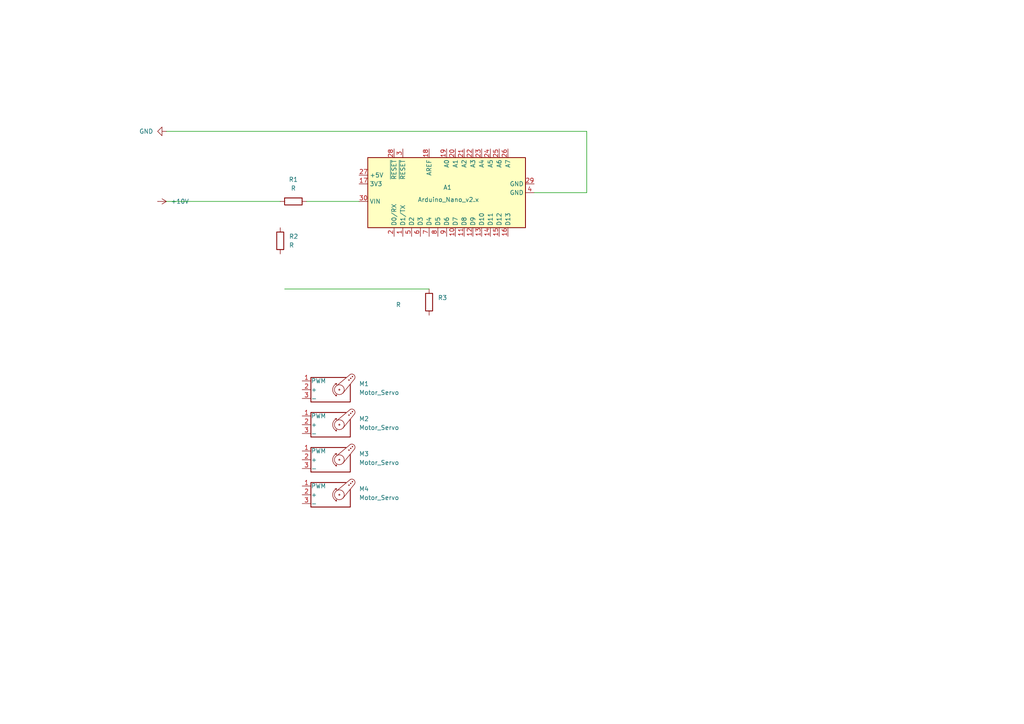
<source format=kicad_sch>
(kicad_sch (version 20231120) (generator "eeschema") (generator_version "8.0")
  (paper "A4")
  (lib_symbols
    (symbol "Device:R" (pin_numbers hide) (pin_names (offset 0))
      (property "Reference" "R" (at 2.032 0 90))
      (property "Value" "R" (at 0 0 90))
      (symbol "R_0_1"
        (rectangle (start -1.016 -2.54) (end 1.016 2.54) (stroke (width 0.254)))
      )
      (symbol "R_1_1"
        (pin passive line (at 0 3.81 270) (length 1.27) (name "~") (number "1"))
        (pin passive line (at 0 -3.81 90) (length 1.27) (name "~") (number "2"))
      )
    )
    (symbol "MCU_Module:Arduino_Nano_v2.x"
      (property "Reference" "A" (at -10.16 23.495 0))
      (property "Value" "Arduino_Nano_v2.x" (at 5.08 -24.13 0))
      (symbol "Arduino_Nano_v2.x_0_1"
        (rectangle (start -10.16 22.86) (end 10.16 -22.86) (stroke (width 0.254)) (fill (type background)))
      )
      (symbol "Arduino_Nano_v2.x_1_1"
        (pin bidirectional line (at -12.7 12.7 0) (length 2.54) (name "D1/TX") (number "1"))
        (pin bidirectional line (at -12.7 -2.54 0) (length 2.54) (name "D7") (number "10"))
        (pin bidirectional line (at -12.7 -5.08 0) (length 2.54) (name "D8") (number "11"))
        (pin bidirectional line (at -12.7 -7.62 0) (length 2.54) (name "D9") (number "12"))
        (pin bidirectional line (at -12.7 -10.16 0) (length 2.54) (name "D10") (number "13"))
        (pin bidirectional line (at -12.7 -12.7 0) (length 2.54) (name "D11") (number "14"))
        (pin bidirectional line (at -12.7 -15.24 0) (length 2.54) (name "D12") (number "15"))
        (pin bidirectional line (at -12.7 -17.78 0) (length 2.54) (name "D13") (number "16"))
        (pin power_out line (at 2.54 25.4 270) (length 2.54) (name "3V3") (number "17"))
        (pin input line (at 12.7 5.08 180) (length 2.54) (name "AREF") (number "18"))
        (pin bidirectional line (at 12.7 0 180) (length 2.54) (name "A0") (number "19"))
        (pin bidirectional line (at -12.7 15.24 0) (length 2.54) (name "D0/RX") (number "2"))
        (pin bidirectional line (at 12.7 -2.54 180) (length 2.54) (name "A1") (number "20"))
        (pin bidirectional line (at 12.7 -5.08 180) (length 2.54) (name "A2") (number "21"))
        (pin bidirectional line (at 12.7 -7.62 180) (length 2.54) (name "A3") (number "22"))
        (pin bidirectional line (at 12.7 -10.16 180) (length 2.54) (name "A4") (number "23"))
        (pin bidirectional line (at 12.7 -12.7 180) (length 2.54) (name "A5") (number "24"))
        (pin bidirectional line (at 12.7 -15.24 180) (length 2.54) (name "A6") (number "25"))
        (pin bidirectional line (at 12.7 -17.78 180) (length 2.54) (name "A7") (number "26"))
        (pin power_out line (at 5.08 25.4 270) (length 2.54) (name "+5V") (number "27"))
        (pin input line (at 12.7 15.24 180) (length 2.54) (name "~{RESET}") (number "28"))
        (pin power_in line (at 2.54 -25.4 90) (length 2.54) (name "GND") (number "29"))
        (pin input line (at 12.7 12.7 180) (length 2.54) (name "~{RESET}") (number "3"))
        (pin power_in line (at -2.54 25.4 270) (length 2.54) (name "VIN") (number "30"))
        (pin power_in line (at 0 -25.4 90) (length 2.54) (name "GND") (number "4"))
        (pin bidirectional line (at -12.7 10.16 0) (length 2.54) (name "D2") (number "5"))
        (pin bidirectional line (at -12.7 7.62 0) (length 2.54) (name "D3") (number "6"))
        (pin bidirectional line (at -12.7 5.08 0) (length 2.54) (name "D4") (number "7"))
        (pin bidirectional line (at -12.7 2.54 0) (length 2.54) (name "D5") (number "8"))
        (pin bidirectional line (at -12.7 0 0) (length 2.54) (name "D6") (number "9"))
      )
    )
    (symbol "Motor:Motor_Servo" (pin_names (offset 0.0254))
      (property "Reference" "M" (at -5.08 4.445 0))
      (property "Value" "Motor_Servo" (at -5.08 -4.064 0))
      (symbol "Motor_Servo_0_1"
        (polyline (pts (xy 2.413 -1.778) (xy 2.032 -1.778)))
        (polyline (pts (xy 2.413 -1.778) (xy 2.286 -1.397)))
        (polyline (pts (xy 2.413 1.778) (xy 1.905 1.778)))
        (polyline (pts (xy 2.413 1.778) (xy 2.286 1.397)))
        (polyline (pts (xy 6.35 4.445) (xy 2.54 1.27)))
        (polyline (pts (xy 7.62 3.175) (xy 4.191 -1.016)))
        (polyline (pts (xy 5.08 3.556) (xy -5.08 3.556) (xy -5.08 -3.556) (xy 6.35 -3.556) (xy 6.35 1.524)) (stroke (width 0.254)))
        (arc (start 2.413 1.778) (mid 1.2406 0) (end 2.413 -1.778))
        (circle (center 3.175 0) (radius 0.1778))
        (circle (center 3.175 0) (radius 1.4224))
        (circle (center 5.969 2.794) (radius 0.127))
        (circle (center 6.477 3.302) (radius 0.127))
        (circle (center 6.985 3.81) (radius 0.127))
        (arc (start 7.62 3.175) (mid 7.4485 4.2735) (end 6.35 4.445))
      )
      (symbol "Motor_Servo_1_1"
        (pin passive line (at -7.62 2.54 0) (length 2.54) (name "PWM") (number "1"))
        (pin passive line (at -7.62 0 0) (length 2.54) (name "+") (number "2"))
        (pin passive line (at -7.62 -2.54 0) (length 2.54) (name "-") (number "3"))
      )
    )
    (symbol "power:+10V" (power) (pin_numbers hide) (pin_names (offset 0) hide)
      (property "Value" "+10V" (at 0 3.556 0))
      (symbol "+10V_0_1"
        (polyline (pts (xy -0.762 1.27) (xy 0 2.54)))
        (polyline (pts (xy 0 0) (xy 0 2.54)))
        (polyline (pts (xy 0 2.54) (xy 0.762 1.27)))
      )
      (symbol "+10V_1_1"
        (pin power_in line (at 0 0 90) (length 0) (name "~") (number "1"))
      )
    )
    (symbol "power:GND" (power) (pin_numbers hide) (pin_names (offset 0) hide)
      (property "Value" "GND" (at 0 -3.81 0))
      (symbol "GND_0_1"
        (polyline (pts (xy 0 0) (xy 0 -1.27) (xy 1.27 -1.27) (xy 0 -2.54) (xy -1.27 -1.27) (xy 0 -1.27)))
      )
      (symbol "GND_1_1"
        (pin power_in line (at 0 0 270) (length 0) (name "~") (number "1"))
      )
    )
  )
  (wire (pts (xy 82.55 83.82) (xy 124.46 83.82)))
  (wire (pts (xy 48.26 58.42) (xy 81.28 58.42)))
  (wire (pts (xy 88.9 58.42) (xy 104.14 58.42)))
  (wire (pts (xy 170.18 55.88) (xy 154.94 55.88)))
  (wire (pts (xy 170.18 38.1) (xy 170.18 55.88)))
  (wire (pts (xy 48.26 38.1) (xy 170.18 38.1)))
  (symbol (lib_id "Motor:Motor_Servo") (at 95.25 113.03 0) (unit 1)
    (property "Reference" "M1" (at 104.14 111.3265 0) (effects (justify left)))
    (property "Value" "Motor_Servo" (at 104.14 113.8665 0) (effects (justify left)))
    (property "Datasheet" "http://forums.parallax.com/uploads/attachments/46831/74481.png" (effects (hide yes)))
    (property "Description" "Servo Motor (Futaba, HiTec, JR connector)" (effects (hide yes)))
  )
  (symbol (lib_id "power:+10V") (at 45.72 58.42 270) (unit 1)
    (property "Reference" "#PWR02" (effects (hide yes)))
    (property "Value" "+10V" (at 49.53 58.4199 90) (effects (justify left)))
    (property "Description" "Power symbol creates a global label with name \"+10V\"" (effects (hide yes)))
  )
  (symbol (lib_id "Motor:Motor_Servo") (at 95.25 123.19 0) (unit 1)
    (property "Reference" "M2" (at 104.14 121.4865 0) (effects (justify left)))
    (property "Value" "Motor_Servo" (at 104.14 124.0265 0) (effects (justify left)))
    (property "Datasheet" "http://forums.parallax.com/uploads/attachments/46831/74481.png" (effects (hide yes)))
    (property "Description" "Servo Motor (Futaba, HiTec, JR connector)" (effects (hide yes)))
  )
  (symbol (lib_id "Device:R") (at 124.46 87.63 0) (unit 1)
    (property "Reference" "R3" (at 127 86.3599 0) (effects (justify left)))
    (property "Value" "R" (at 114.808 88.392 0) (effects (justify left)))
    (property "Description" "Resistor" (effects (hide yes)))
  )
  (symbol (lib_id "Device:R") (at 85.09 58.42 90) (unit 1)
    (property "Reference" "R1" (at 85.09 52.07 90))
    (property "Value" "R" (at 85.09 54.61 90))
    (property "Description" "Resistor" (effects (hide yes)))
  )
  (symbol (lib_id "Motor:Motor_Servo") (at 95.25 143.51 0) (unit 1)
    (property "Reference" "M4" (at 104.14 141.8065 0) (effects (justify left)))
    (property "Value" "Motor_Servo" (at 104.14 144.3465 0) (effects (justify left)))
    (property "Datasheet" "http://forums.parallax.com/uploads/attachments/46831/74481.png" (effects (hide yes)))
    (property "Description" "Servo Motor (Futaba, HiTec, JR connector)" (effects (hide yes)))
  )
  (symbol (lib_id "MCU_Module:Arduino_Nano_v2.x") (at 129.54 55.88 90) (unit 1)
    (property "Reference" "A1" (at 129.794 54.356 90))
    (property "Value" "Arduino_Nano_v2.x" (at 130.048 57.912 90))
    (property "Footprint" "Module:Arduino_Nano" (effects (hide yes)))
    (property "Datasheet" "https://www.arduino.cc/en/uploads/Main/ArduinoNanoManual23.pdf" (effects (hide yes)))
    (property "Description" "Arduino Nano v2.x" (effects (hide yes)))
  )
  (symbol (lib_id "power:GND") (at 48.26 38.1 270) (unit 1)
    (property "Reference" "#PWR01" (effects (hide yes)))
    (property "Value" "GND" (at 44.45 38.0999 90) (effects (justify right)))
    (property "Description" "Power symbol creates a global label with name \"GND\" , ground" (effects (hide yes)))
  )
  (symbol (lib_id "Motor:Motor_Servo") (at 95.25 133.35 0) (unit 1)
    (property "Reference" "M3" (at 104.14 131.6465 0) (effects (justify left)))
    (property "Value" "Motor_Servo" (at 104.14 134.1865 0) (effects (justify left)))
    (property "Datasheet" "http://forums.parallax.com/uploads/attachments/46831/74481.png" (effects (hide yes)))
    (property "Description" "Servo Motor (Futaba, HiTec, JR connector)" (effects (hide yes)))
  )
  (symbol (lib_id "Device:R") (at 81.28 69.85 0) (unit 1)
    (property "Reference" "R2" (at 83.82 68.5799 0) (effects (justify left)))
    (property "Value" "R" (at 83.82 71.1199 0) (effects (justify left)))
    (property "Description" "Resistor" (effects (hide yes)))
  )
)
</source>
